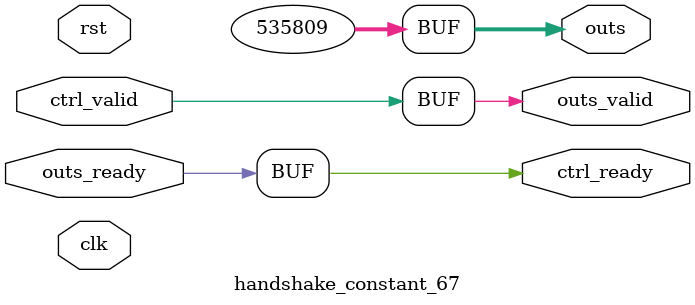
<source format=v>
`timescale 1ns / 1ps
module handshake_constant_67 #(
  parameter DATA_WIDTH = 32  // Default set to 32 bits
) (
  input                       clk,
  input                       rst,
  // Input Channel
  input                       ctrl_valid,
  output                      ctrl_ready,
  // Output Channel
  output [DATA_WIDTH - 1 : 0] outs,
  output                      outs_valid,
  input                       outs_ready
);
  assign outs       = 21'b010000010110100000001;
  assign outs_valid = ctrl_valid;
  assign ctrl_ready = outs_ready;

endmodule

</source>
